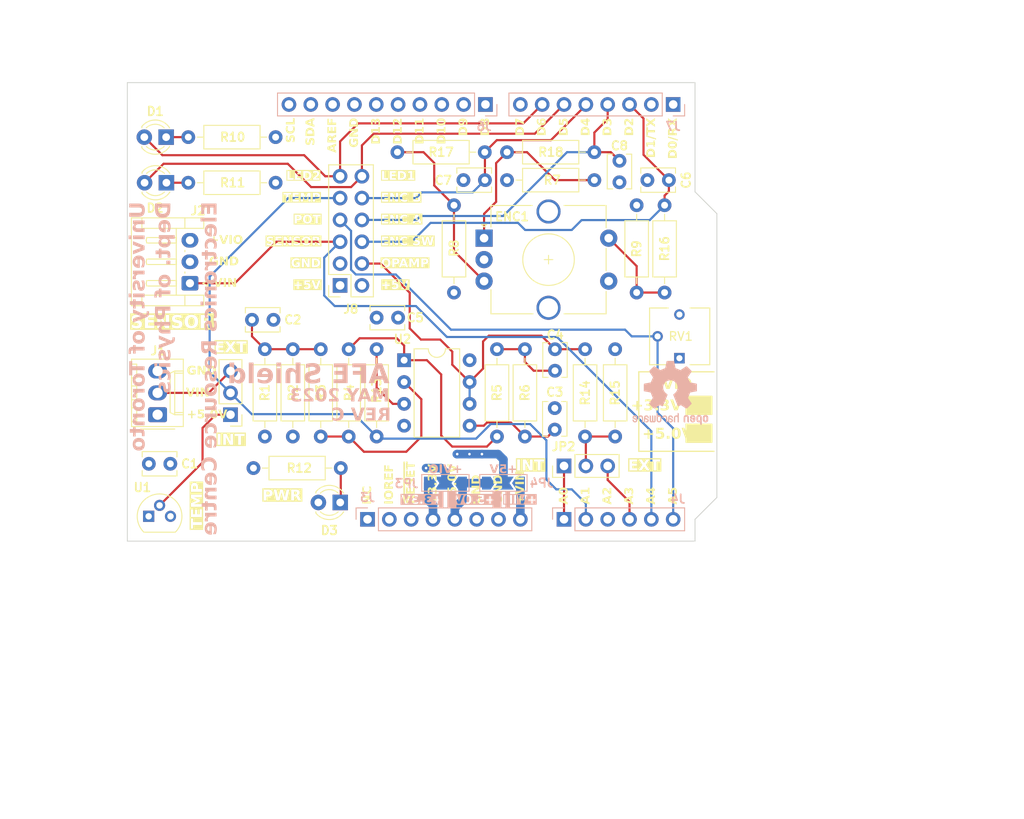
<source format=kicad_pcb>
(kicad_pcb (version 20221018) (generator pcbnew)
  (layers (0 "F.Cu" signal) (1 "In1.Cu" signal) (2 "In2.Cu" signal) (31 "B.Cu" signal) (34 "B.Paste" user) (35 "F.Paste" user) (36 "B.SilkS" user "B.Silkscreen") (37 "F.SilkS" user "F.Silkscreen") (38 "B.Mask" user) (39 "F.Mask" user) (44 "Edge.Cuts" user))
  (net 0 "")
  (net 1 "+3V3")
  (net 2 "GND")
  (net 3 "Net-(C2-Pad1)")
  (net 4 "Net-(U2B-+)")
  (net 5 "Net-(C4-Pad1)")
  (net 6 "/TEMP_SIG")
  (net 7 "Net-(D1-A)")
  (net 8 "/IR_VOUT")
  (net 9 "+5V")
  (net 10 "Net-(D2-A)")
  (net 11 "/OPA_OUT")
  (net 12 "Net-(J1-Pin_2)")
  (net 13 "/ENC_SW")
  (net 14 "/POT")
  (net 18 "/ENC_A")
  (net 19 "/ENC_B")
  (net 20 "/TEMP_MON")
  (net 34 "Net-(U2A--)")
  (net 35 "Net-(U2A-OUT)")
  (net 36 "/MCU_ADC_CH1")
  (net 37 "VDD")
  (net 38 "/EXT_ADC_CH1")
  (net 39 "Net-(D3-A)")
  (net 40 "/+5V_IN")
  (net 41 "/LED1")
  (net 42 "VDC")
  (net 43 "/SENSOR_IN")
  (net 44 "Net-(U2A-+)")
  (net 45 "/LED2")
  (net 46 "Net-(ENC1-PadA)")
  (net 47 "Net-(ENC1-PadB)")
  (net 48 "Net-(ENC1-PadS1)")
  (footprint "analog_front_end:LED_D3.0mm" (layer "F.Cu") (at 74.225 124.5)
    (fp_text reference "D3")
    (fp_text value "RED")
  )
  (footprint "analog_front_end:MountingHole_3.2mm_M3" (layer "F.Cu") (at 67 78.2)
    (fp_text reference "H3" hide)
    (fp_text value "MountingHole" hide)
  )
  (footprint "analog_front_end:C_Disc_D3.8mm_W2.6mm_P2.50mm" (layer "F.Cu") (at 66.5 103.25)
    (fp_text reference "C2")
    (fp_text value "1µF")
  )
  (footprint "analog_front_end:R_Axial_DIN0207_L6.3mm_D2.5mm_P10.16mm_Horizontal" (layer "F.Cu") (at 98.25 106.67 -90)
    (fp_text reference "R6")
    (fp_text value "10K")
  )
  (footprint "analog_front_end:LED_D3.0mm" (layer "F.Cu") (at 54.005 87.304)
    (fp_text reference "D2")
    (fp_text value "RED")
  )
  (footprint "analog_front_end:R_Axial_DIN0207_L6.3mm_D2.5mm_P10.16mm_Horizontal" (layer "F.Cu") (at 68 116.83 90)
    (fp_text reference "R1")
    (fp_text value "16.9K")
  )
  (footprint "analog_front_end:C_Disc_D3.8mm_W2.6mm_P2.50mm" (layer "F.Cu") (at 93.6 87 180)
    (fp_text reference "C7")
    (fp_text value "10000pF")
  )
  (footprint "analog_front_end:DIP-8_W7.62mm" (layer "F.Cu") (at 84.2 107.95)
    (fp_text reference "U2")
    (fp_text value "TLV2472AIP")
  )
  (footprint "analog_front_end:C_Disc_D3.8mm_W2.6mm_P2.50mm" (layer "F.Cu") (at 109.25 84.75 -90)
    (fp_text reference "C8")
    (fp_text value "10000pF")
  )
  (footprint "analog_front_end:R_Axial_DIN0207_L6.3mm_D2.5mm_P10.16mm_Horizontal" (layer "F.Cu") (at 66.67 120.5)
    (fp_text reference "R12")
    (fp_text value "1K")
  )
  (footprint "analog_front_end:C_Disc_D3.8mm_W2.6mm_P2.50mm" (layer "F.Cu") (at 54.5 120)
    (fp_text reference "C1")
    (fp_text value "0.1µF")
  )
  (footprint "analog_front_end:R_Axial_DIN0207_L6.3mm_D2.5mm_P10.16mm_Horizontal" (layer "F.Cu") (at 108.75 116.83 90)
    (fp_text reference "R15")
    (fp_text value "6.98K")
  )
  (footprint "analog_front_end:PinHeader_1x03_P2.54mm_Vertical" (layer "F.Cu") (at 102.8 120.25 90)
    (fp_text reference "JP2")
    (fp_text value "Jumper_3_Open")
  )
  (footprint "analog_front_end:C_Disc_D3.8mm_W2.6mm_P2.50mm" (layer "F.Cu") (at 83.5 103 180)
    (fp_text reference "C5")
    (fp_text value "0.1µF")
  )
  (footprint "analog_front_end:TRIM_3362P-1-103LF" (layer "F.Cu") (at 116.225 105.175 90)
    (fp_text reference "RV1")
    (fp_text value "10K")
  )
  (footprint "analog_front_end:LED_D3.0mm" (layer "F.Cu") (at 53.975 82)
    (fp_text reference "D1")
    (fp_text value "GREEN")
  )
  (footprint "analog_front_end:R_Axial_DIN0207_L6.3mm_D2.5mm_P10.16mm_Horizontal" (layer "F.Cu") (at 105.25 106.67 -90)
    (fp_text reference "R14")
    (fp_text value "10K")
  )
  (footprint "analog_front_end:R_Axial_DIN0207_L6.3mm_D2.5mm_P10.16mm_Horizontal" (layer "F.Cu") (at 95 116.83 90)
    (fp_text reference "R5")
    (fp_text value "10K")
  )
  (footprint "analog_front_end:R_Axial_DIN0207_L6.3mm_D2.5mm_P10.16mm_Horizontal" (layer "F.Cu") (at 106.33 83.75 180)
    (fp_text reference "R18")
    (fp_text value "4.7K")
  )
  (footprint "analog_front_end:R_Axial_DIN0207_L6.3mm_D2.5mm_P10.16mm_Horizontal" (layer "F.Cu") (at 93.58 83.75 180)
    (fp_text reference "R17")
    (fp_text value "4.7K")
  )
  (footprint "analog_front_end:R_Axial_DIN0207_L6.3mm_D2.5mm_P10.16mm_Horizontal" (layer "F.Cu") (at 71.25 106.67 -90)
    (fp_text reference "R2")
    (fp_text value "680")
  )
  (footprint "analog_front_end:C_Disc_D3.8mm_W2.6mm_P2.50mm" (layer "F.Cu") (at 101.725 116.025 90)
    (fp_text reference "C3")
    (fp_text value "2200pF")
  )
  (footprint "analog_front_end:PinSocket_2x06_P2.54mm_Vertical" (layer "F.Cu") (at 76.75 99.25 180)
    (fp_text reference "J8")
    (fp_text value "PPTC062LFBN-RC")
  )
  (footprint "analog_front_end:R_Axial_DIN0207_L6.3mm_D2.5mm_P10.16mm_Horizontal" (layer "F.Cu") (at 114.5 89.92 -90)
    (fp_text reference "R16")
    (fp_text value "4.7K")
  )
  (footprint "analog_front_end:R_Axial_DIN0207_L6.3mm_D2.5mm_P10.16mm_Horizontal" (layer "F.Cu") (at 90 100.08 90)
    (fp_text reference "R8")
    (fp_text value "4.7K")
  )
  (footprint "analog_front_end:C_Disc_D3.8mm_W2.6mm_P2.50mm" (layer "F.Cu") (at 115 87 180)
    (fp_text reference "C6")
    (fp_text value "10000pF")
  )
  (footprint "analog_front_end:RotaryEncoder_Alps_EC12E-Switch_Vertical_H20mm_CircularMountingHoles" (layer "F.Cu") (at 93.5 93.75)
    (fp_text reference "ENC1")
    (fp_text value "PEC11L-4220F-S0015")
  )
  (footprint "analog_front_end:C_Disc_D3.8mm_W2.6mm_P2.50mm" (layer "F.Cu") (at 101.75 109.175 90)
    (fp_text reference "C4")
    (fp_text value "1000pF")
  )
  (footprint "analog_front_end:PinHeader_1x03_P2.54mm_Vertical" (layer "F.Cu") (at 64 114.29 180)
    (fp_text reference "JP1" hide)
    (fp_text value "Jumper_3_Bridged12")
  )
  (footprint "analog_front_end:R_Axial_DIN0207_L6.3mm_D2.5mm_P10.16mm_Horizontal" (layer "F.Cu") (at 96.17 87)
    (fp_text reference "R7")
    (fp_text value "4.7K")
  )
  (footprint "analog_front_end:R_Axial_DIN0207_L6.3mm_D2.5mm_P10.16mm_Horizontal" (layer "F.Cu") (at 111.25 89.92 -90)
    (fp_text reference "R9")
    (fp_text value "4.7K")
  )
  (footprint "analog_front_end:R_Axial_DIN0207_L6.3mm_D2.5mm_P10.16mm_Horizontal" (layer "F.Cu") (at 74.5 106.67 -90)
    (fp_text reference "R3")
    (fp_text value "10K")
  )
  (footprint "analog_front_end:R_Axial_DIN0207_L6.3mm_D2.5mm_P10.16mm_Horizontal" (layer "F.Cu") (at 81 116.83 90)
    (fp_text reference "R13")
    (fp_text value "10K")
  )
  (footprint "analog_front_end:R_Axial_DIN0207_L6.3mm_D2.5mm_P10.16mm_Horizontal" (layer "F.Cu") (at 77.75 116.83 90)
    (fp_text reference "R4")
    (fp_text value "35.7K")
  )
  (footprint "analog_front_end:Molex_KK-254_AE-6410-03A_1x03_P2.54mm_Vertical" (layer "F.Cu") (at 55.52 114.29 90)
    (fp_text reference "J1")
    (fp_text value "640456-3")
  )
  (footprint "analog_front_end:MountingHole_3.2mm_M3" (layer "F.Cu") (at 65.97 126.46)
    (fp_text reference "H1" hide)
    (fp_text value "MountingHole" hide)
  )
  (footprint "analog_front_end:MountingHole_3.2mm_M3" (layer "F.Cu") (at 118.04 121.38)
    (fp_text reference "H2" hide)
    (fp_text value "MountingHole" hide)
  )
  (footprint "analog_front_end:R_Axial_DIN0207_L6.3mm_D2.5mm_P10.16mm_Horizontal" (layer "F.Cu") (at 69.25 82 180)
    (fp_text reference "R10")
    (fp_text value "1K")
  )
  (footprint "analog_front_end:JST_EH_S3B-EH_1x03_P2.50mm_Horizontal" (layer "F.Cu") (at 59.2825 99 90)
    (fp_text reference "J2")
    (fp_text value "S3B-EH(LF)(SN)")
  )
  (footprint "analog_front_end:MountingHole_3.2mm_M3" (layer "F.Cu") (at 118.04 95.44)
    (fp_text reference "H4" hide)
    (fp_text value "MountingHole" hide)
  )
  (footprint "analog_front_end:R_Axial_DIN0207_L6.3mm_D2.5mm_P10.16mm_Horizontal" (layer "F.Cu") (at 69.25 87.304 180)
    (fp_text reference "R11")
    (fp_text value "1K")
  )
  (footprint "analog_front_end:TO-92" (layer "F.Cu") (at 54.48 126.11)
    (fp_text reference "U1")
    (fp_text value "LMT84LPM")
  )
  (footprint "analog_front_end:SolderJumper-3_P2.0mm_Open_TrianglePad1.0x1.5mm" (layer "B.Cu") (at 89 122.25 180)
    (fp_text reference "JP3")
    (fp_text value "Jumper_3_Open" hide)
  )
  (footprint "analog_front_end:PinHeader_1x10_P2.54mm_Vertical" (layer "B.Cu") (at 93.66 78.2 90)
    (fp_text reference "J6")
    (fp_text value "Conn_01x10" hide)
  )
  (footprint "analog_front_end:OSHW-Logo2_9.8x8mm_SilkScreen" (layer "B.Cu") (at 115.175 111.75 180)
    (fp_text reference "REF**" hide)
    (fp_text value "OSHW-Logo2_9.8x8mm_SilkScreen" hide)
  )
  (footprint "analog_front_end:PinHeader_1x08_P2.54mm_Vertical" (layer "B.Cu") (at 79.94 126.46 -90)
    (fp_text reference "J3")
    (fp_text value "Conn_01x08" hide)
  )
  (footprint "analog_front_end:PinHeader_1x08_P2.54mm_Vertical" (layer "B.Cu") (at 115.5 78.2 90)
    (fp_text reference "J7")
    (fp_text value "Conn_01x08" hide)
  )
  (footprint "analog_front_end:PinHeader_1x06_P2.54mm_Vertical" (layer "B.Cu") (at 102.8 126.46 -90)
    (fp_text reference "J4")
    (fp_text value "Conn_01x06")
  )
  (footprint "analog_front_end:SolderJumper-3_P2.0mm_Open_TrianglePad1.0x1.5mm" (layer "B.Cu") (at 95.75 122.25 180)
    (fp_text reference "JP4")
    (fp_text value "Jumper_3_Open" hide)
  )
  (gr_rect (start 88.25 123.25) (end 88.75 125.15) (stroke (width 0.05)) (fill solid) (layer "B.SilkS"))
  (gr_rect (start 94.5 123.2) (end 95.5 125.1) (stroke (width 0.05)) (fill solid) (layer "B.SilkS"))
  (gr_rect (start 96 123.2) (end 96.5 125.1) (stroke (width 0.05)) (fill solid) (layer "B.SilkS"))
  (gr_rect (start 89.25 123.25) (end 90.25 125.15) (stroke (width 0.05)) (fill solid) (layer "B.SilkS"))
  (gr_line (start 111.5 109.3) (end 111.5 118.55) (stroke (width 0.15)) (layer "F.SilkS"))
  (gr_line (start 120.25 109.3) (end 111.5 109.3) (stroke (width 0.15)) (layer "F.SilkS"))
  (gr_rect (start 117 112.15) (end 120 114.25) (stroke (width 0.15)) (fill solid) (layer "F.SilkS"))
  (gr_line (start 111.5 118.55) (end 120.25 118.55) (stroke (width 0.15)) (layer "F.SilkS"))
  (gr_rect (start 117 115.4) (end 120 117.5) (stroke (width 0.15)) (fill solid) (layer "F.SilkS"))
  (gr_line (start 118.04 88.36) (end 120.58 90.9) (stroke (width 0.1)) (layer "Edge.Cuts"))
  (gr_line (start 52 75.66) (end 118.04 75.66) (stroke (width 0.1)) (layer "Edge.Cuts"))
  (gr_line (start 52 129) (end 118.04 129) (stroke (width 0.1)) (layer "Edge.Cuts"))
  (gr_line (start 120.58 90.9) (end 120.58 123.92) (stroke (width 0.1)) (layer "Edge.Cuts"))
  (gr_line (start 118.04 75.66) (end 118.04 88.36) (stroke (width 0.1)) (layer "Edge.Cuts"))
  (gr_line (start 118.04 126.46) (end 120.58 123.92) (stroke (width 0.1)) (layer "Edge.Cuts"))
  (gr_line (start 118.04 129) (end 118.04 126.46) (stroke (width 0.1)) (layer "Edge.Cuts"))
  (gr_line (start 52 129) (end 52 75.66) (stroke (width 0.1)) (layer "Edge.Cuts"))
  (gr_text "University of Toronto" (at 54.3 89.5 90) (layer "B.SilkS") (effects (font (size 1.75 1.75) (thickness 0.2) bold) (justify left bottom mirror)))
  (gr_text "+VIN" (at 99.66 123.65) (layer "B.SilkS" knockout) (effects (font (size 1 1) (thickness 0.2) bold) (justify left top mirror)))
  (gr_text "Electronics Resource Centre" (at 62.675 89.5 90) (layer "B.SilkS") (effects (font (size 1.75 1.75) (thickness 0.2) bold) (justify left bottom mirror)))
  (gr_text "Dept. of Physics" (at 57.3 89.5 90) (layer "B.SilkS") (effects (font (size 1.75 1.75) (thickness 0.2) bold) (justify left bottom mirror)))
  (gr_text "+3.3V" (at 86.25 123.65) (layer "B.SilkS" knockout) (effects (font (size 1 1) (thickness 0.2) bold) (justify top mirror)))
  (gr_text "+VIO" (at 89 121.25) (layer "B.SilkS") (effects (font (size 1 1) (thickness 0.2) bold) (justify bottom mirror)))
  (gr_text "MAY 2023" (at 82.5 113) (layer "B.SilkS") (effects (font (size 1.5 1.5) (thickness 0.2) bold) (justify left bottom mirror)))
  (gr_text "+5.0V" (at 92.41 123.65) (layer "B.SilkS" knockout) (effects (font (size 1 1) (thickness 0.2) bold) (justify top mirror)))
  (gr_text "AFE Shield" (at 82.5 111) (layer "B.SilkS") (effects (font (size 2.25 2.25) (thickness 0.4) bold) (justify left bottom mirror)))
  (gr_text "+5V" (at 95.75 121.25) (layer "B.SilkS") (effects (font (size 1 1) (thickness 0.2) bold) (justify bottom mirror)))
  (gr_text "REV C" (at 82.675 115.25) (layer "B.SilkS") (effects (font (size 1.5 1.5) (thickness 0.2) bold) (justify left bottom mirror)))
  (gr_text "A3" (at 110.42 124.75 90) (layer "F.SilkS") (effects (font (size 1 1) (thickness 0.2) bold) (justify left)))
  (gr_text "+VIN" (at 97.72 124.75 90) (layer "F.SilkS") (effects (font (size 1 1) (thickness 0.2) bold) (justify left)))
  (gr_text locked "SENSOR" (at 74.5 94.17) (layer "F.SilkS" knockout) (effects (font (size 1 1) (thickness 0.2) bold) (justify right)))
  (gr_text locked "GND" (at 74.5 96.71) (layer "F.SilkS" knockout) (effects (font (size 1 1) (thickness 0.2) bold) (justify right)))
  (gr_text "+5.0V" (at 89.846 124.75 90) (layer "F.SilkS") (effects (font (size 1 1) (thickness 0.2) bold) (justify left)))
  (gr_text "D8" (at 93.666 79.75 90) (layer "F.SilkS") (effects (font (size 1 1) (thickness 0.2) bold) (justify right)))
  (gr_text locked "OPAMP" (at 81.5 96.71) (layer "F.SilkS" knockout) (effects (font (size 1 1) (thickness 0.2) bold) (justify left)))
  (gr_text "D2" (at 110.43 79.75 90) (layer "F.SilkS") (effects (font (size 1 1) (thickness 0.2) bold) (justify right)))
  (gr_text "VIN" (at 58.81 111.75) (layer "F.SilkS") (effects (font (size 1 1) (thickness 0.2) bold) (justify left)))
  (gr_text "A0" (at 102.8 124.75 90) (layer "F.SilkS") (effects (font (size 1 1) (thickness 0.2) bold) (justify left)))
  (gr_text "+3.3V" (at 116.5 114) (layer "F.SilkS") (effects (font (size 1.25 1.25) (thickness 0.2) bold) (justify right bottom)))
  (gr_text locked "+5V" (at 81.5 99.25) (layer "F.SilkS" knockout) (effects (font (size 1 1) (thickness 0.2) bold) (justify left)))
  (gr_text "SCL" (at 71.05 79.75 90) (layer "F.SilkS") (effects (font (size 1 1) (thickness 0.2) bold) (justify right)))
  (gr_text "D6" (at 100.25 79.75 90) (layer "F.SilkS") (effects (font (size 1 1) (thickness 0.2) bold) (justify right)))
  (gr_text locked "POT" (at 74.5 91.63) (layer "F.SilkS" knockout) (effects (font (size 1 1) (thickness 0.2) bold) (justify right)))
  (gr_text "D3" (at 107.89 79.75 90) (layer "F.SilkS") (effects (font (size 1 1) (thickness 0.2) bold) (justify right)))
  (gr_text "INT" (at 100.5 120.25) (layer "F.SilkS" knockout) (effects (font (size 1.25 1.25) (thickness 0.3) bold) (justify right)))
  (gr_text "IOREF" (at 82.48 124.75 90) (layer "F.SilkS") (effects (font (size 1 1) (thickness 0.2) bold) (justify left)))
  (gr_text "D12" (at 83.506 79.75 90) (layer "F.SilkS") (effects (font (size 1 1) (thickness 0.2) bold) (justify right)))
  (gr_text "+5.0V" (at 58.91 114.29) (layer "F.SilkS") (effects (font (size 1 1) (thickness 0.2) bold) (justify left)))
  (gr_text "GND" (at 92.64 124.75 90) (layer "F.SilkS") (effects (font (size 1 1) (thickness 0.2) bold) (justify left)))
  (gr_text "INT" (at 64 118) (layer "F.SilkS" knockout) (effects (font (size 1.25 1.25) (thickness 0.3) bold) (justify bottom)))
  (gr_text locked "LED2" (at 74.47 86.55) (layer "F.SilkS" knockout) (effects (font (size 1 1) (thickness 0.2) bold) (justify right)))
  (gr_text "A1" (at 105.34 124.75 90) (layer "F.SilkS") (effects (font (size 1 1) (thickness 0.2) bold) (justify left)))
  (gr_text locked "ENC B" (at 81.5 89.09) (layer "F.SilkS" knockout) (effects (font (size 1 1) (thickness 0.2) bold) (justify left)))
  (gr_text "D0/RX" (at 115.5 79.75 90) (layer "F.SilkS") (effects (font (size 1 1) (thickness 0.2) bold) (justify right)))
  (gr_text locked "+5V" (at 74.5 99.25) (layer "F.SilkS" knockout) (effects (font (size 1 1) (thickness 0.2) bold) (justify right)))
  (gr_text "D9" (at 91.126 79.75 90) (layer "F.SilkS") (effects (font (size 1 1) (thickness 0.2) bold) (justify right)))
  (gr_text "A5" (at 115.5 124.75 90) (layer "F.SilkS") (effects (font (size 1 1) (thickness 0.2) bold) (justify left)))
  (gr_text "TEMP" (at 60.15 127.55 90) (layer "F.SilkS" knockout) (effects (font (size 1.25 1.25) (thickness 0.3) bold) (justify left)))
  (gr_text "D13" (at 80.966 79.75 90) (layer "F.SilkS") (effects (font (size 1 1) (thickness 0.2) bold) (justify right)))
  (gr_text "+VIO     " (at 116.75 111.5) (layer "F.SilkS") (effects (font (size 1.25 1.25) (thickness 0.2) bold) (justify bottom)))
  (gr_text "A4" (at 112.96 124.75 90) (layer "F.SilkS") (effects (font (size 1 1) (thickness 0.2) bold) (justify left)))
  (gr_text "D5" (at 102.81 79.75 90) (layer "F.SilkS") (effects (font (size 1 1) (thickness 0.2) bold) (justify right)))
  (gr_text "NC" (at 79.94 124.75 90) (layer "F.SilkS") (effects (font (size 1 1) (thickness 0.2) bold) (justify left)))
  (gr_text "+VIO" (at 61.5 94) (layer "F.SilkS") (effects (font (size 1 1) (thickness 0.2) bold) (justify left)))
  (gr_text "D1/TX" (at 112.97 79.75 90) (layer "F.SilkS") (effects (font (size 1 1) (thickness 0.2) bold) (justify right)))
  (gr_text "+3.3V" (at 87.56 124.75 90) (layer "F.SilkS") (effects (font (size 1 1) (thickness 0.2) bold) (justify left)))
  (gr_text locked "TEMP" (at 74.47 89.09) (layer "F.SilkS" knockout) (effects (font (size 1 1) (thickness 0.2) bold) (justify right)))
  (gr_text "EXT" (at 64 107.25) (layer "F.SilkS" knockout) (effects (font (size 1.25 1.25) (thickness 0.3) bold) (justify bottom)))
  (gr_text "SENSOR" (at 57.15 104.475) (layer "F.SilkS" knockout) (effects (font (size 1.5 1.5) (thickness 0.2) bold) (justify bottom)))
  (gr_text "GND" (at 95.18 124.75 90) (layer "F.SilkS") (effects (font (size 1 1) (thickness 0.2) bold) (justify left)))
  (gr_text "EXT" (at 110.25 120.25) (layer "F.SilkS" knockout) (effects (font (size 1.25 1.25) (thickness 0.3) bold) (justify left)))
  (gr_text "D11" (at 86.046 79.75 90) (layer "F.SilkS") (effects (font (size 1 1) (thickness 0.2) bold) (justify right)))
  (gr_text "AREF" (at 75.876 79.75 90) (layer "F.SilkS") (effects (font (size 1 1) (thickness 0.2) bold) (justify right)))
  (gr_text locked "ENC A" (at 81.5 91.63) (layer "F.SilkS" knockout) (effects (font (size 1 1) (thickness 0.2) bold) (justify left)))
  (gr_text "D4" (at 105.35 79.75 90) (layer "F.SilkS") (effects (font (size 1 1) (thickness 0.2) bold) (justify right)))
  (gr_text "D10" (at 88.586 79.75 90) (layer "F.SilkS") (effects (font (size 1 1) (thickness 0.2) bold) (justify right)))
  (gr_text "PWR" (at 72.25 123.75) (layer "F.SilkS" knockout) (effects (font (size 1.25 1.25) (thickness 0.3) bold) (justify right)))
  (gr_text locked "ENC SW" (at 81.5 94.17) (layer "F.SilkS" knockout) (effects (font (size 1 1) (thickness 0.2) bold) (justify left)))
  (gr_text "SDA" (at 73.336 79.75 90) (layer "F.SilkS") (effects (font (size 1 1) (thickness 0.2) bold) (justify right)))
  (gr_text "~{RESET}" (at 85.02 124.682 90) (layer "F.SilkS") (effects (font (size 1 1) (thickness 0.2) bold) (justify left)))
  (gr_text "+5.0V" (at 111.9 117.3) (layer "F.SilkS") (effects (font (size 1.25 1.25) (thickness 0.2) bold) (justify left bottom)))
  (gr_text locked "LED1" (at 81.5 86.55) (layer "F.SilkS" knockout) (effects (font (size 1 1) (thickness 0.2) bold) (justify left)))
  (gr_text "VIN" (at 62 99) (layer "F.SilkS") (effects (font (size 1 1) (thickness 0.2) bold) (justify left)))
  (gr_text "D7" (at 97.73 79.75 90) (layer "F.SilkS") (effects (font (size 1 1) (thickness 0.2) bold) (justify right)))
  (gr_text "A2" (at 107.88 124.75 90) (layer "F.SilkS") (effects (font (size 1 1) (thickness 0.2) bold) (justify left)))
  (gr_text "GND" (at 58.9 109.21) (layer "F.SilkS") (effects (font (size 1 1) (thickness 0.2) bold) (justify left)))
  (gr_text "GND" (at 78.416 79.75 90) (layer "F.SilkS") (effects (font (size 1 1) (thickness 0.2) bold) (justify right)))
  (gr_text "GND" (at 61.5 96.5) (layer "F.SilkS") (effects (font (size 1 1) (thickness 0.2) bold) (justify left)))
  (segment (start 87.56 124.81) (end 87.56 126.46) (width 1) (layer "B.Cu") (net 1))
  (segment (start 87 122.25) (end 87 124.25) (width 1) (layer "B.Cu") (net 1))
  (segment (start 87 124.25) (end 87.56 124.81) (width 1) (layer "B.Cu") (net 1))
  (segment (start 66.5 105.17) (end 66.5 103.25) (width 0.25) (layer "F.Cu") (net 3))
  (segment (start 68 106.67) (end 71.25 106.67) (width 0.25) (layer "F.Cu") (net 3))
  (segment (start 71.25 106.67) (end 74.5 106.67) (width 0.25) (layer "F.Cu") (net 3))
  (segment (start 68 106.67) (end 66.5 105.17) (width 0.25) (layer "F.Cu") (net 3))
  (segment (start 91.82 115.57) (end 93.47 115.57) (width 0.25) (layer "F.Cu") (net 4))
  (segment (start 100.92 116.83) (end 101.725 116.025) (width 0.25) (layer "F.Cu") (net 4))
  (segment (start 96.62 115.2) (end 98.25 116.83) (width 0.25) (layer "F.Cu") (net 4))
  (segment (start 98.25 116.83) (end 100.92 116.83) (width 0.25) (layer "F.Cu") (net 4))
  (segment (start 93.84 115.2) (end 96.62 115.2) (width 0.25) (layer "F.Cu") (net 4))
  (segment (start 93.47 115.57) (end 93.84 115.2) (width 0.25) (layer "F.Cu") (net 4))
  (segment (start 98.25 106.67) (end 95 106.67) (width 0.25) (layer "F.Cu") (net 5))
  (segment (start 99.275 109.175) (end 98.25 108.15) (width 0.25) (layer "F.Cu") (net 5))
  (segment (start 98.25 108.15) (end 98.25 106.67) (width 0.25) (layer "F.Cu") (net 5))
  (segment (start 101.75 109.175) (end 99.275 109.175) (width 0.25) (layer "F.Cu") (net 5))
  (segment (start 105.34 120.25) (end 105.34 116.92) (width 0.25) (layer "F.Cu") (net 6))
  (segment (start 108.75 116.83) (end 105.25 116.83) (width 0.25) (layer "F.Cu") (net 6))
  (segment (start 105.34 116.92) (end 105.25 116.83) (width 0.25) (layer "F.Cu") (net 6))
  (segment (start 59.09 82) (end 56.515 82) (width 0.25) (layer "F.Cu") (net 7))
  (segment (start 59.2825 99) (end 64.5 99) (width 0.25) (layer "F.Cu") (net 8))
  (segment (start 69.33 94.17) (end 76.75 94.17) (width 0.25) (layer "F.Cu") (net 8))
  (segment (start 64.5 99) (end 69.33 94.17) (width 0.25) (layer "F.Cu") (net 8))
  (segment (start 89.175 105.25) (end 101.986701 105.25) (width 0.25) (layer "B.Cu") (net 8))
  (segment (start 74.9 96.02) (end 74.9 100.425) (width 0.25) (layer "B.Cu") (net 8))
  (segment (start 76.75 94.17) (end 74.9 96.02) (width 0.25) (layer "B.Cu") (net 8))
  (segment (start 101.986701 105.25) (end 112.96 116.223299) (width 0.25) (layer "B.Cu") (net 8))
  (segment (start 74.9 100.425) (end 76.125 101.65) (width 0.25) (layer "B.Cu") (net 8))
  (segment (start 112.96 116.223299) (end 112.96 126.46) (width 0.25) (layer "B.Cu") (net 8))
  (segment (start 85.575 101.65) (end 89.175 105.25) (width 0.25) (layer "B.Cu") (net 8))
  (segment (start 76.125 101.65) (end 85.575 101.65) (width 0.25) (layer "B.Cu") (net 8))
  (via (at 91.8 118.875) (size 0.6) (drill 0.3) (layers "F.Cu" "B.Cu") (net 9))
  (via (at 93.25 118.875) (size 0.6) (drill 0.3) (layers "F.Cu" "B.Cu") (net 9))
  (via (at 90.375 118.875) (size 0.6) (drill 0.3) (layers "F.Cu" "B.Cu") (net 9))
  (segment (start 90.375 118.875) (end 90.325 118.875) (width 1) (layer "B.Cu") (net 9))
  (segment (start 93.25 118.875) (end 91.8 118.875) (width 1) (layer "B.Cu") (net 9))
  (segment (start 95.125 118.875) (end 93.25 118.875) (width 1) (layer "B.Cu") (net 9))
  (segment (start 95.75 122.25) (end 95.75 119.5) (width 1) (layer "B.Cu") (net 9))
  (segment (start 91.8 118.875) (end 90.375 118.875) (width 1) (layer "B.Cu") (net 9))
  (segment (start 95.75 119.5) (end 95.125 118.875) (width 1) (layer "B.Cu") (net 9))
  (segment (start 59.09 87.304) (end 56.545 87.304) (width 0.25) (layer "F.Cu") (net 10))
  (segment (start 105.25 106.67) (end 101.755 106.67) (width 0.25) (layer "F.Cu") (net 11))
  (segment (start 88.4 105.55) (end 86.15 105.55) (width 0.25) (layer "F.Cu") (net 11))
  (segment (start 100.175 105.1) (end 101.75 106.675) (width 0.25) (layer "F.Cu") (net 11))
  (segment (start 86.15 105.55) (end 84.85 104.25) (width 0.25) (layer "F.Cu") (net 11))
  (segment (start 84.85 104.25) (end 84.85 100.1) (width 0.25) (layer "F.Cu") (net 11))
  (segment (start 89.8 106.95) (end 88.4 105.55) (width 0.25) (layer "F.Cu") (net 11))
  (segment (start 101.755 106.67) (end 101.75 106.675) (width 0.25) (layer "F.Cu") (net 11))
  (segment (start 94.05 105.1) (end 100.175 105.1) (width 0.25) (layer "F.Cu") (net 11))
  (segment (start 89.8 108.47) (end 89.8 106.95) (width 0.25) (layer "F.Cu") (net 11))
  (segment (start 81.46 96.71) (end 79.29 96.71) (width 0.25) (layer "F.Cu") (net 11))
  (segment (start 93.38 108.93) (end 93.38 105.77) (width 0.25) (layer "F.Cu") (net 11))
  (segment (start 84.85 100.1) (end 81.46 96.71) (width 0.25) (layer "F.Cu") (net 11))
  (segment (start 93.38 105.77) (end 94.05 105.1) (width 0.25) (layer "F.Cu") (net 11))
  (segment (start 91.82 110.49) (end 89.8 108.47) (width 0.25) (layer "F.Cu") (net 11))
  (segment (start 91.82 110.49) (end 93.38 108.93) (width 0.25) (layer "F.Cu") (net 11))
  (segment (start 91.82 113.03) (end 91.82 110.49) (width 0.25) (layer "B.Cu") (net 11))
  (segment (start 55.52 111.75) (end 61.46 111.75) (width 0.25) (layer "F.Cu") (net 12))
  (segment (start 61.46 111.75) (end 64 109.21) (width 0.25) (layer "F.Cu") (net 12))
  (segment (start 114.5 88.8) (end 115 88.3) (width 0.25) (layer "F.Cu") (net 13))
  (segment (start 112.05 84.05) (end 112.05 79.83) (width 0.25) (layer "F.Cu") (net 13))
  (segment (start 115 87) (end 112.05 84.05) (width 0.25) (layer "F.Cu") (net 13))
  (segment (start 114.5 89.92) (end 114.5 88.8) (width 0.25) (layer "F.Cu") (net 13))
  (segment (start 112.05 79.83) (end 110.42 78.2) (width 0.25) (layer "F.Cu") (net 13))
  (segment (start 115 88.3) (end 115 87) (width 0.25) (layer "F.Cu") (net 13))
  (segment (start 87.275 91.975) (end 85.08 94.17) (width 0.25) (layer "B.Cu") (net 13))
  (segment (start 98.275 92.8) (end 97.45 91.975) (width 0.25) (layer "B.Cu") (net 13))
  (segment (start 104.85 91.65) (end 103.7 92.8) (width 0.25) (layer "B.Cu") (net 13))
  (segment (start 103.7 92.8) (end 98.275 92.8) (width 0.25) (layer "B.Cu") (net 13))
  (segment (start 114.5 89.92) (end 112.77 91.65) (width 0.25) (layer "B.Cu") (net 13))
  (segment (start 85.08 94.17) (end 79.29 94.17) (width 0.25) (layer "B.Cu") (net 13))
  (segment (start 97.45 91.975) (end 87.275 91.975) (width 0.25) (layer "B.Cu") (net 13))
  (segment (start 112.77 91.65) (end 104.85 91.65) (width 0.25) (layer "B.Cu") (net 13))
  (segment (start 115.5 126.46) (end 115.5 115.875) (width 0.25) (layer "B.Cu") (net 14))
  (segment (start 115.5 115.875) (end 113.685 114.06) (width 0.25) (layer "B.Cu") (net 14))
  (segment (start 83.225 97.975) (end 89.65 104.4) (width 0.25) (layer "B.Cu") (net 14))
  (segment (start 78.025 97.425) (end 78.575 97.975) (width 0.25) (layer "B.Cu") (net 14))
  (segment (start 76.75 91.63) (end 78.025 92.905) (width 0.25) (layer "B.Cu") (net 14))
  (segment (start 89.65 104.4) (end 109.9 104.4) (width 0.25) (layer "B.Cu") (net 14))
  (segment (start 109.9 104.4) (end 110.675 105.175) (width 0.25) (layer "B.Cu") (net 14))
  (segment (start 113.685 114.06) (end 113.685 105.175) (width 0.25) (layer "B.Cu") (net 14))
  (segment (start 78.575 97.975) (end 83.225 97.975) (width 0.25) (layer "B.Cu") (net 14))
  (segment (start 110.675 105.175) (end 113.685 105.175) (width 0.25) (layer "B.Cu") (net 14))
  (segment (start 78.025 92.905) (end 78.025 97.425) (width 0.25) (layer "B.Cu") (net 14))
  (segment (start 106.33 81.47) (end 107.88 79.92) (width 0.25) (layer "F.Cu") (net 18))
  (segment (start 108.25 83.75) (end 109.25 84.75) (width 0.25) (layer "F.Cu") (net 18))
  (segment (start 106.33 83.75) (end 108.25 83.75) (width 0.25) (layer "F.Cu") (net 18))
  (segment (start 107.88 79.92) (end 107.88 78.2) (width 0.25) (layer "F.Cu") (net 18))
  (segment (start 106.33 83.75) (end 106.33 81.47) (width 0.25) (layer "F.Cu") (net 18))
  (segment (start 106.33 83.75) (end 103.15 83.75) (width 0.25) (layer "B.Cu") (net 18))
  (segment (start 103.15 83.75) (end 95.725 91.175) (width 0.25) (layer "B.Cu") (net 18))
  (segment (start 85.645 91.63) (end 79.29 91.63) (width 0.25) (layer "B.Cu") (net 18))
  (segment (start 86.1 91.175) (end 85.645 91.63) (width 0.25) (layer "B.Cu") (net 18))
  (segment (start 95.725 91.175) (end 86.1 91.175) (width 0.25) (layer "B.Cu") (net 18))
  (segment (start 94.98 82.35) (end 101.275 82.35) (width 0.25) (layer "F.Cu") (net 19))
  (segment (start 93.6 83.77) (end 93.58 83.75) (width 0.25) (layer "F.Cu") (net 19))
  (segment (start 93.58 83.75) (end 94.98 82.35) (width 0.25) (layer "F.Cu") (net 19))
  (segment (start 101.275 82.35) (end 105.34 78.285) (width 0.25) (layer "F.Cu") (net 19))
  (segment (start 93.6 87) (end 93.6 83.77) (width 0.25) (layer "F.Cu") (net 19))
  (segment (start 105.34 78.285) (end 105.34 78.2) (width 0.25) (layer "F.Cu") (net 19))
  (segment (start 86.25 88.425) (end 85.585 89.09) (width 0.25) (layer "B.Cu") (net 19))
  (segment (start 93.6 87) (end 92.175 88.425) (width 0.25) (layer "B.Cu") (net 19))
  (segment (start 92.175 88.425) (end 86.25 88.425) (width 0.25) (layer "B.Cu") (net 19))
  (segment (start 85.585 89.09) (end 79.29 89.09) (width 0.25) (layer "B.Cu") (net 19))
  (segment (start 60.75 119.84) (end 60.75 115.825) (width 0.25) (layer "F.Cu") (net 20))
  (segment (start 55.75 124.84) (end 60.75 119.84) (width 0.25) (layer "F.Cu") (net 20))
  (segment (start 60.75 115.825) (end 62.285 114.29) (width 0.25) (layer "F.Cu") (net 20))
  (segment (start 62.285 114.29) (end 64 114.29) (width 0.25) (layer "F.Cu") (net 20))
  (segment (start 77.75 116.83) (end 79.52 118.6) (width 0.25) (layer "F.Cu") (net 34))
  (segment (start 86.2 112.49) (end 84.2 110.49) (width 0.25) (layer "F.Cu") (net 34))
  (segment (start 84.45 118.6) (end 86.2 116.85) (width 0.25) (layer "F.Cu") (net 34))
  (segment (start 74.5 116.83) (end 77.75 116.83) (width 0.25) (layer "F.Cu") (net 34))
  (segment (start 79.52 118.6) (end 84.45 118.6) (width 0.25) (layer "F.Cu") (net 34))
  (segment (start 86.2 116.85) (end 86.2 112.49) (width 0.25) (layer "F.Cu") (net 34))
  (segment (start 89.8 118) (end 88.51 116.71) (width 0.25) (layer "F.Cu") (net 35))
  (segment (start 84.2 106.25) (end 83.35 105.4) (width 0.25) (layer "F.Cu") (net 35))
  (segment (start 93.83 118) (end 89.8 118) (width 0.25) (layer "F.Cu") (net 35))
  (segment (start 84.2 107.95) (end 84.2 106.25) (width 0.25) (layer "F.Cu") (net 35))
  (segment (start 83.35 105.4) (end 79.02 105.4) (width 0.25) (layer "F.Cu") (net 35))
  (segment (start 86.85 107.95) (end 84.2 107.95) (width 0.25) (layer "F.Cu") (net 35))
  (segment (start 88.51 109.61) (end 86.85 107.95) (width 0.25) (layer "F.Cu") (net 35))
  (segment (start 88.51 116.71) (end 88.51 109.61) (width 0.25) (layer "F.Cu") (net 35))
  (segment (start 95 116.83) (end 93.83 118) (width 0.25) (layer "F.Cu") (net 35))
  (segment (start 79.02 105.4) (end 77.75 106.67) (width 0.25) (layer "F.Cu") (net 35))
  (segment (start 102.8 120.25) (end 102.8 126.46) (width 0.25) (layer "F.Cu") (net 36))
  (via (at 86.75 120.5) (size 0.6) (drill 0.3) (layers "F.Cu" "B.Cu") (net 37))
  (segment (start 88.5 120.5) (end 86.75 120.5) (width 1) (layer "B.Cu") (net 37))
  (segment (start 89 122.25) (end 89 121) (width 1) (layer "B.Cu") (net 37))
  (segment (start 89 121) (end 88.5 120.5) (width 1) (layer "B.Cu") (net 37))
  (segment (start 110.42 124.42) (end 110.42 126.46) (width 0.25) (layer "F.Cu") (net 38))
  (segment (start 107.88 121.88) (end 110.42 124.42) (width 0.25) (layer "F.Cu") (net 38))
  (segment (start 107.88 120.25) (end 107.88 121.88) (width 0.25) (layer "F.Cu") (net 38))
  (segment (start 76.83 120.5) (end 76.83 124.435) (width 0.25) (layer "F.Cu") (net 39))
  (segment (start 91 122.25) (end 91 124.25) (width 1) (layer "B.Cu") (net 40))
  (segment (start 91 124.25) (end 90.1 125.15) (width 1) (layer "B.Cu") (net 40))
  (segment (start 90.1 125.15) (end 90.1 126.46) (width 1) (layer "B.Cu") (net 40))
  (segment (start 93.75 122.25) (end 91 122.25) (width 1) (layer "B.Cu") (net 40))
  (segment (start 76.75 86.55) (end 76.75 82.5) (width 0.25) (layer "F.Cu") (net 41))
  (segment (start 98.06 80.4) (end 100.26 78.2) (width 0.25) (layer "F.Cu") (net 41))
  (segment (start 53.975 82) (end 56.075 84.1) (width 0.25) (layer "F.Cu") (net 41))
  (segment (start 72.57 84.1) (end 75.02 86.55) (width 0.25) (layer "F.Cu") (net 41))
  (segment (start 76.75 82.5) (end 78.85 80.4) (width 0.25) (layer "F.Cu") (net 41))
  (segment (start 75.02 86.55) (end 76.75 86.55) (width 0.25) (layer "F.Cu") (net 41))
  (segment (start 78.85 80.4) (end 98.06 80.4) (width 0.25) (layer "F.Cu") (net 41))
  (segment (start 56.075 84.1) (end 72.57 84.1) (width 0.25) (layer "F.Cu") (net 41))
  (segment (start 97.72 126.46) (end 97.72 122.28) (width 1) (layer "B.Cu") (net 42))
  (segment (start 97.72 122.28) (end 97.75 122.25) (width 0.25) (layer "B.Cu") (net 42))
  (segment (start 105.34 124.615) (end 105.34 126.46) (width 0.25) (layer "B.Cu") (net 43))
  (segment (start 94.275 115.375) (end 98.85 115.375) (width 0.25) (layer "B.Cu") (net 43))
  (segment (start 103.7 122.975) (end 105.34 124.615) (width 0.25) (layer "B.Cu") (net 43))
  (segment (start 61.575 98.225) (end 61.575 109.325) (width 0.25) (layer "B.Cu") (net 43))
  (segment (start 101.9 122.975) (end 103.7 122.975) (width 0.25) (layer "B.Cu") (net 43))
  (segment (start 92.575 117.075) (end 94.275 115.375) (width 0.25) (layer "B.Cu") (net 43))
  (segment (start 76.75 89.09) (end 70.71 89.09) (width 0.25) (layer "B.Cu") (net 43))
  (segment (start 64 111.75) (end 66.475 114.225) (width 0.25) (layer "B.Cu") (net 43))
  (segment (start 100.75 121.825) (end 101.9 122.975) (width 0.25) (layer "B.Cu") (net 43))
  (segment (start 98.85 115.375) (end 100.75 117.275) (width 0.25) (layer "B.Cu") (net 43))
  (segment (start 66.475 114.225) (end 78.395 114.225) (width 0.25) (layer "B.Cu") (net 43))
  (segment (start 81.245 117.075) (end 92.575 117.075) (width 0.25) (layer "B.Cu") (net 43))
  (segment (start 100.75 117.275) (end 100.75 121.825) (width 0.25) (layer "B.Cu") (net 43))
  (segment (start 61.575 109.325) (end 64 111.75) (width 0.25) (layer "B.Cu") (net 43))
  (segment (start 78.395 114.225) (end 81 116.83) (width 0.25) (layer "B.Cu") (net 43))
  (segment (start 70.71 89.09) (end 61.575 98.225) (width 0.25) (layer "B.Cu") (net 43))
  (segment (start 81 116.83) (end 81.245 117.075) (width 0.25) (layer "B.Cu") (net 43))
  (segment (start 84.2 113.03) (end 82.88 113.03) (width 0.25) (layer "F.Cu") (net 44))
  (segment (start 82.88 113.03) (end 81 111.15) (width 0.25) (layer "F.Cu") (net 44))
  (segment (start 81 111.15) (end 81 106.67) (width 0.25) (layer "F.Cu") (net 44))
  (segment (start 70.67 85.1) (end 73.38 87.81) (width 0.25) (layer "F.Cu") (net 45))
  (segment (start 56.209 85.1) (end 70.67 85.1) (width 0.25) (layer "F.Cu") (net 45))
  (segment (start 79.29 82.96) (end 80.65 81.6) (width 0.25) (layer "F.Cu") (net 45))
  (segment (start 78.03 87.81) (end 79.29 86.55) (width 0.25) (layer "F.Cu") (net 45))
  (segment (start 73.38 87.81) (end 78.03 87.81) (width 0.25) (layer "F.Cu") (net 45))
  (segment (start 99.4 81.6) (end 102.8 78.2) (width 0.25) (layer "F.Cu") (net 45))
  (segment (start 80.65 81.6) (end 99.4 81.6) (width 0.25) (layer "F.Cu") (net 45))
  (segment (start 54.005 87.304) (end 56.209 85.1) (width 0.25) (layer "F.Cu") (net 45))
  (segment (start 79.29 86.55) (end 79.29 82.96) (width 0.25) (layer "F.Cu") (net 45))
  (segment (start 98.5 83.75) (end 96.17 83.75) (width 0.25) (layer "F.Cu") (net 46))
  (segment (start 93.5 90.925) (end 94.9 89.525) (width 0.25) (layer "F.Cu") (net 46))
  (segment (start 94.9 89.525) (end 94.9 85.02) (width 0.25) (layer "F.Cu") (net 46))
  (segment (start 101.75 87) (end 98.5 83.75) (width 0.25) (layer "F.Cu") (net 46))
  (segment (start 93.5 93.75) (end 93.5 90.925) (width 0.25) (layer "F.Cu") (net 46))
  (segment (start 94.9 85.02) (end 96.17 83.75) (width 0.25) (layer "F.Cu") (net 46))
  (segment (start 106.33 87) (end 101.75 87) (width 0.25) (layer "F.Cu") (net 46))
  (segment (start 93.5 98.75) (end 90 95.25) (width 0.25) (layer "F.Cu") (net 47))
  (segment (start 86.45 83.75) (end 83.42 83.75) (width 0.25) (layer "F.Cu") (net 47))
  (segment (start 90 95.25) (end 90 89.92) (width 0.25) (layer "F.Cu") (net 47))
  (segment (start 87.7 85) (end 86.45 83.75) (width 0.25) (layer "F.Cu") (net 47))
  (segment (start 87.7 87.62) (end 87.7 85) (width 0.25) (layer "F.Cu") (net 47))
  (segment (start 90 89.92) (end 87.7 87.62) (width 0.25) (layer "F.Cu") (net 47))
  (segment (start 111.25 100.08) (end 111.25 97) (width 0.25) (layer "F.Cu") (net 48))
  (segment (start 111.25 97) (end 108 93.75) (width 0.25) (layer "F.Cu") (net 48))
  (segment (start 111.25 100.08) (end 114.5 100.08) (width 0.25) (layer "F.Cu") (net 48))
)
</source>
